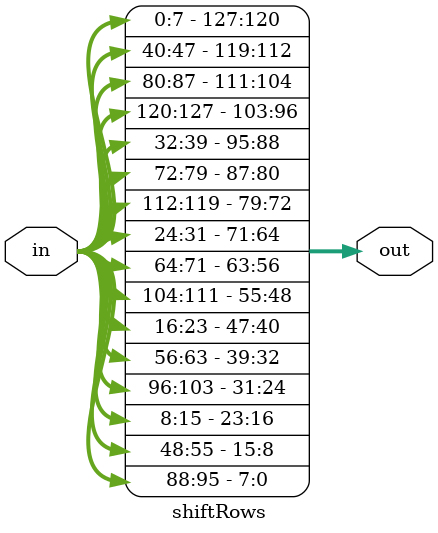
<source format=v>
module shiftRows(
  input [0:127] in,
  output [0:127] out
);

  //first row r=0 is not shifted 
  assign out[0+:8] = in[0+:8];
  assign out[32+:8] = in[32+:8];
  assign out[64+:8] = in[64+:8];
  assign out[96+:8] = in[96+:8];

  //second row r=1 left shifted by 1
  assign out[8+:8] = in[40+:8];
  assign out[40+:8] = in[72+:8];
  assign out[72+:8] = in[104+:8];
  assign out[104+:8] = in[8+:8];

  //third row r=2 left shifted by 2 
  assign out[16+:8] = in[80+:8];
  assign out[48+:8] = in[112+:8];
  assign out[80+:8] = in[16+:8];
  assign out[112+:8] = in[48+:8];

  //fourth row r=3 left shifted by 3
  assign out[24+:8] = in [120+:8];
  assign out[56+:8] = in[24+:8];
  assign out[88+:8] = in[56+:8];
  assign out[120+:8] = in[88+:8];

endmodule

</source>
